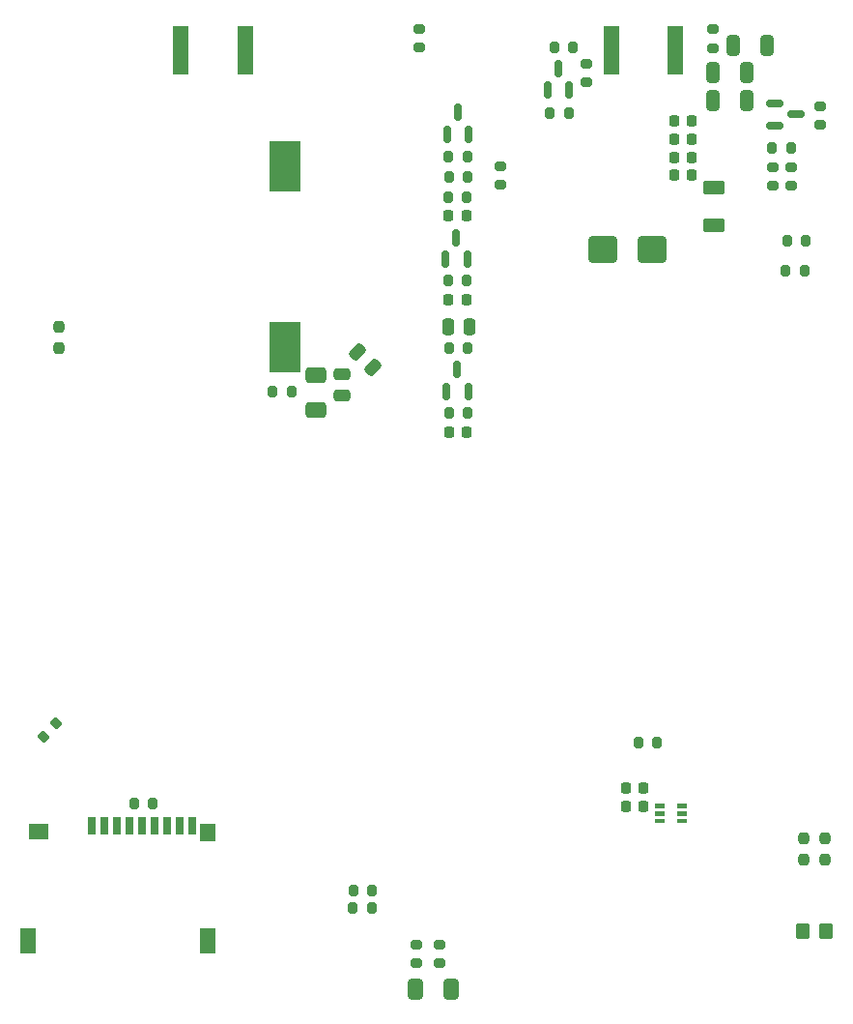
<source format=gbr>
G04 #@! TF.GenerationSoftware,KiCad,Pcbnew,9.0.2*
G04 #@! TF.CreationDate,2025-10-13T16:39:08+05:30*
G04 #@! TF.ProjectId,V12A_LH,56313241-5f4c-4482-9e6b-696361645f70,rev?*
G04 #@! TF.SameCoordinates,Original*
G04 #@! TF.FileFunction,Paste,Bot*
G04 #@! TF.FilePolarity,Positive*
%FSLAX46Y46*%
G04 Gerber Fmt 4.6, Leading zero omitted, Abs format (unit mm)*
G04 Created by KiCad (PCBNEW 9.0.2) date 2025-10-13 16:39:08*
%MOMM*%
%LPD*%
G01*
G04 APERTURE LIST*
G04 Aperture macros list*
%AMRoundRect*
0 Rectangle with rounded corners*
0 $1 Rounding radius*
0 $2 $3 $4 $5 $6 $7 $8 $9 X,Y pos of 4 corners*
0 Add a 4 corners polygon primitive as box body*
4,1,4,$2,$3,$4,$5,$6,$7,$8,$9,$2,$3,0*
0 Add four circle primitives for the rounded corners*
1,1,$1+$1,$2,$3*
1,1,$1+$1,$4,$5*
1,1,$1+$1,$6,$7*
1,1,$1+$1,$8,$9*
0 Add four rect primitives between the rounded corners*
20,1,$1+$1,$2,$3,$4,$5,0*
20,1,$1+$1,$4,$5,$6,$7,0*
20,1,$1+$1,$6,$7,$8,$9,0*
20,1,$1+$1,$8,$9,$2,$3,0*%
G04 Aperture macros list end*
%ADD10C,0.010000*%
%ADD11R,1.350000X4.200000*%
%ADD12RoundRect,0.200000X-0.200000X-0.275000X0.200000X-0.275000X0.200000X0.275000X-0.200000X0.275000X0*%
%ADD13RoundRect,0.200000X0.275000X-0.200000X0.275000X0.200000X-0.275000X0.200000X-0.275000X-0.200000X0*%
%ADD14RoundRect,0.225000X-0.225000X-0.250000X0.225000X-0.250000X0.225000X0.250000X-0.225000X0.250000X0*%
%ADD15RoundRect,0.250000X-0.512652X-0.159099X-0.159099X-0.512652X0.512652X0.159099X0.159099X0.512652X0*%
%ADD16RoundRect,0.250000X-0.325000X-0.650000X0.325000X-0.650000X0.325000X0.650000X-0.325000X0.650000X0*%
%ADD17RoundRect,0.250000X0.700000X-0.362500X0.700000X0.362500X-0.700000X0.362500X-0.700000X-0.362500X0*%
%ADD18RoundRect,0.200000X0.200000X0.275000X-0.200000X0.275000X-0.200000X-0.275000X0.200000X-0.275000X0*%
%ADD19RoundRect,0.200000X-0.275000X0.200000X-0.275000X-0.200000X0.275000X-0.200000X0.275000X0.200000X0*%
%ADD20RoundRect,0.200000X0.053033X-0.335876X0.335876X-0.053033X-0.053033X0.335876X-0.335876X0.053033X0*%
%ADD21RoundRect,0.237500X0.237500X-0.250000X0.237500X0.250000X-0.237500X0.250000X-0.237500X-0.250000X0*%
%ADD22RoundRect,0.150000X0.150000X-0.587500X0.150000X0.587500X-0.150000X0.587500X-0.150000X-0.587500X0*%
%ADD23RoundRect,0.225000X0.225000X0.250000X-0.225000X0.250000X-0.225000X-0.250000X0.225000X-0.250000X0*%
%ADD24RoundRect,0.237500X-0.237500X0.250000X-0.237500X-0.250000X0.237500X-0.250000X0.237500X0.250000X0*%
%ADD25RoundRect,0.150000X-0.587500X-0.150000X0.587500X-0.150000X0.587500X0.150000X-0.587500X0.150000X0*%
%ADD26RoundRect,0.250000X-0.650000X0.412500X-0.650000X-0.412500X0.650000X-0.412500X0.650000X0.412500X0*%
%ADD27R,2.800000X4.400000*%
%ADD28RoundRect,0.250000X0.412500X0.650000X-0.412500X0.650000X-0.412500X-0.650000X0.412500X-0.650000X0*%
%ADD29RoundRect,0.250000X0.350000X0.450000X-0.350000X0.450000X-0.350000X-0.450000X0.350000X-0.450000X0*%
%ADD30RoundRect,0.250000X-1.000000X-0.900000X1.000000X-0.900000X1.000000X0.900000X-1.000000X0.900000X0*%
%ADD31R,0.700000X1.600000*%
%ADD32R,1.400000X1.600000*%
%ADD33R,1.400000X2.200000*%
%ADD34R,1.800000X1.400000*%
%ADD35RoundRect,0.250000X-0.250000X-0.475000X0.250000X-0.475000X0.250000X0.475000X-0.250000X0.475000X0*%
%ADD36RoundRect,0.250000X-0.475000X0.250000X-0.475000X-0.250000X0.475000X-0.250000X0.475000X0.250000X0*%
G04 APERTURE END LIST*
D10*
G04 #@! TO.C,D1*
X58894000Y18264413D02*
X58142910Y18264413D01*
X58142910Y18564000D01*
X58894000Y18564000D01*
X58894000Y18264413D01*
G36*
X58894000Y18264413D02*
G01*
X58142910Y18264413D01*
X58142910Y18564000D01*
X58894000Y18564000D01*
X58894000Y18264413D01*
G37*
X58894000Y17613858D02*
X58142750Y17613858D01*
X58142750Y17914000D01*
X58894000Y17914000D01*
X58894000Y17613858D01*
G36*
X58894000Y17613858D02*
G01*
X58142750Y17613858D01*
X58142750Y17914000D01*
X58894000Y17914000D01*
X58894000Y17613858D01*
G37*
X58894000Y16963445D02*
X58143080Y16963445D01*
X58143080Y17264000D01*
X58894000Y17264000D01*
X58894000Y16963445D01*
G36*
X58894000Y16963445D02*
G01*
X58143080Y16963445D01*
X58143080Y17264000D01*
X58894000Y17264000D01*
X58894000Y16963445D01*
G37*
X60794000Y18264037D02*
X60044043Y18264037D01*
X60044043Y18564000D01*
X60794000Y18564000D01*
X60794000Y18264037D01*
G36*
X60794000Y18264037D02*
G01*
X60044043Y18264037D01*
X60044043Y18564000D01*
X60794000Y18564000D01*
X60794000Y18264037D01*
G37*
X60794000Y17613980D02*
X60044076Y17613980D01*
X60044076Y17914000D01*
X60794000Y17914000D01*
X60794000Y17613980D01*
G36*
X60794000Y17613980D02*
G01*
X60044076Y17613980D01*
X60044076Y17914000D01*
X60794000Y17914000D01*
X60794000Y17613980D01*
G37*
X60794000Y16962454D02*
X60045111Y16962454D01*
X60045111Y17264000D01*
X60794000Y17264000D01*
X60794000Y16962454D01*
G36*
X60794000Y16962454D02*
G01*
X60045111Y16962454D01*
X60045111Y17264000D01*
X60794000Y17264000D01*
X60794000Y16962454D01*
G37*
G04 #@! TD*
D11*
G04 #@! TO.C,J8*
X22200000Y84575000D03*
X16550000Y84575000D03*
G04 #@! TD*
G04 #@! TO.C,J3*
X59925000Y84575000D03*
X54275000Y84575000D03*
G04 #@! TD*
D12*
G04 #@! TO.C,R4*
X40060000Y73458100D03*
X41710000Y73458100D03*
G04 #@! TD*
D13*
G04 #@! TO.C,R15*
X68425400Y72697200D03*
X68425400Y74347200D03*
G04 #@! TD*
D14*
G04 #@! TO.C,C7*
X59781500Y75199900D03*
X61331500Y75199900D03*
G04 #@! TD*
G04 #@! TO.C,C4*
X55587600Y18338800D03*
X57137600Y18338800D03*
G04 #@! TD*
D12*
G04 #@! TO.C,R39*
X56680600Y23977600D03*
X58330600Y23977600D03*
G04 #@! TD*
D15*
G04 #@! TO.C,C35*
X32032098Y58112502D03*
X33375600Y56769000D03*
G04 #@! TD*
D16*
G04 #@! TO.C,C10*
X63191900Y82579600D03*
X66141900Y82579600D03*
G04 #@! TD*
D17*
G04 #@! TO.C,FB1*
X63322200Y69240400D03*
X63322200Y72565400D03*
G04 #@! TD*
D18*
G04 #@! TO.C,R24*
X33311600Y9474200D03*
X31661600Y9474200D03*
G04 #@! TD*
D19*
G04 #@! TO.C,R17*
X72570000Y79680000D03*
X72570000Y78030000D03*
G04 #@! TD*
D12*
G04 #@! TO.C,R10*
X49305300Y84838300D03*
X50955300Y84838300D03*
G04 #@! TD*
D18*
G04 #@! TO.C,R9*
X41633800Y71694700D03*
X39983800Y71694700D03*
G04 #@! TD*
D16*
G04 #@! TO.C,C11*
X63191900Y80154600D03*
X66141900Y80154600D03*
G04 #@! TD*
D20*
G04 #@! TO.C,R28*
X4495800Y24460200D03*
X5662526Y25626926D03*
G04 #@! TD*
D13*
G04 #@! TO.C,R6*
X52146200Y81750400D03*
X52146200Y83400400D03*
G04 #@! TD*
D21*
G04 #@! TO.C,R26*
X73025000Y13692500D03*
X73025000Y15517500D03*
G04 #@! TD*
D19*
G04 #@! TO.C,R23*
X37236400Y6273800D03*
X37236400Y4623800D03*
G04 #@! TD*
D14*
G04 #@! TO.C,C6*
X59781500Y76774700D03*
X61331500Y76774700D03*
G04 #@! TD*
G04 #@! TO.C,C2*
X55562200Y19964400D03*
X57112200Y19964400D03*
G04 #@! TD*
D22*
G04 #@! TO.C,Q4*
X50632400Y81104500D03*
X48732400Y81104500D03*
X49682400Y82979500D03*
G04 #@! TD*
G04 #@! TO.C,Q2*
X41745300Y54706700D03*
X39845300Y54706700D03*
X40795300Y56581700D03*
G04 #@! TD*
D23*
G04 #@! TO.C,C1*
X41583800Y62728500D03*
X40033800Y62728500D03*
G04 #@! TD*
D12*
G04 #@! TO.C,R1*
X40057800Y58506200D03*
X41707800Y58506200D03*
G04 #@! TD*
D24*
G04 #@! TO.C,R55*
X5867400Y60346600D03*
X5867400Y58521600D03*
G04 #@! TD*
D14*
G04 #@! TO.C,C9*
X59781500Y78349500D03*
X61331500Y78349500D03*
G04 #@! TD*
D12*
G04 #@! TO.C,R50*
X24625800Y54711600D03*
X26275800Y54711600D03*
G04 #@! TD*
D16*
G04 #@! TO.C,C49*
X65020400Y85013800D03*
X67970400Y85013800D03*
G04 #@! TD*
D25*
G04 #@! TO.C,Q5*
X68627500Y77985000D03*
X68627500Y79885000D03*
X70502500Y78935000D03*
G04 #@! TD*
D22*
G04 #@! TO.C,Q3*
X41824800Y77231900D03*
X39924800Y77231900D03*
X40874800Y79106900D03*
G04 #@! TD*
D23*
G04 #@! TO.C,C3*
X41657800Y51110200D03*
X40107800Y51110200D03*
G04 #@! TD*
D12*
G04 #@! TO.C,R25*
X31687000Y11023600D03*
X33337000Y11023600D03*
G04 #@! TD*
D26*
G04 #@! TO.C,C37*
X28397200Y56147100D03*
X28397200Y53022100D03*
G04 #@! TD*
D27*
G04 #@! TO.C,BT1*
X25679400Y58535200D03*
X25679400Y74385200D03*
G04 #@! TD*
D13*
G04 #@! TO.C,R29*
X37439600Y84798400D03*
X37439600Y86448400D03*
G04 #@! TD*
D21*
G04 #@! TO.C,R27*
X71196200Y13692500D03*
X71196200Y15517500D03*
G04 #@! TD*
D19*
G04 #@! TO.C,R22*
X39268400Y6272800D03*
X39268400Y4622800D03*
G04 #@! TD*
D18*
G04 #@! TO.C,R8*
X41661000Y75218700D03*
X40011000Y75218700D03*
G04 #@! TD*
D14*
G04 #@! TO.C,C8*
X59781500Y73650500D03*
X61331500Y73650500D03*
G04 #@! TD*
D28*
G04 #@! TO.C,C19*
X40246700Y2336800D03*
X37121700Y2336800D03*
G04 #@! TD*
D12*
G04 #@! TO.C,R13*
X68400000Y76050000D03*
X70050000Y76050000D03*
G04 #@! TD*
G04 #@! TO.C,R38*
X69583800Y65227200D03*
X71233800Y65227200D03*
G04 #@! TD*
D13*
G04 #@! TO.C,R16*
X44575000Y72775000D03*
X44575000Y74425000D03*
G04 #@! TD*
D12*
G04 #@! TO.C,R5*
X40057800Y52782200D03*
X41707800Y52782200D03*
G04 #@! TD*
D13*
G04 #@! TO.C,R14*
X70076400Y72697200D03*
X70076400Y74347200D03*
G04 #@! TD*
G04 #@! TO.C,R18*
X63205000Y84750000D03*
X63205000Y86400000D03*
G04 #@! TD*
D29*
G04 #@! TO.C,R19*
X73085200Y7467600D03*
X71085200Y7467600D03*
G04 #@! TD*
D12*
G04 #@! TO.C,R41*
X69685400Y67868800D03*
X71335400Y67868800D03*
G04 #@! TD*
D18*
G04 #@! TO.C,R7*
X50558200Y79070200D03*
X48908200Y79070200D03*
G04 #@! TD*
D30*
G04 #@! TO.C,D4*
X53586600Y67081400D03*
X57886600Y67081400D03*
G04 #@! TD*
D31*
G04 #@! TO.C,P1*
X8802000Y16672200D03*
X9902000Y16672200D03*
X11002000Y16672200D03*
X12102000Y16672200D03*
X13202000Y16672200D03*
X14302000Y16672200D03*
X15402000Y16672200D03*
X16502000Y16672200D03*
X17602000Y16672200D03*
D32*
X18902000Y16072200D03*
D33*
X18902000Y6572200D03*
X3202000Y6572200D03*
D34*
X4102000Y16172200D03*
G04 #@! TD*
D35*
G04 #@! TO.C,C12*
X39997700Y60368600D03*
X41897700Y60368600D03*
G04 #@! TD*
D12*
G04 #@! TO.C,C30*
X12459200Y18618200D03*
X14109200Y18618200D03*
G04 #@! TD*
D36*
G04 #@! TO.C,C36*
X30683200Y56220400D03*
X30683200Y54320400D03*
G04 #@! TD*
D18*
G04 #@! TO.C,R2*
X41633800Y64375100D03*
X39983800Y64375100D03*
G04 #@! TD*
D22*
G04 #@! TO.C,Q1*
X41671300Y66274100D03*
X39771300Y66274100D03*
X40721300Y68149100D03*
G04 #@! TD*
D23*
G04 #@! TO.C,C5*
X41583800Y70048200D03*
X40033800Y70048200D03*
G04 #@! TD*
M02*

</source>
